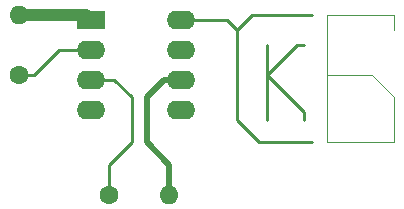
<source format=gbr>
%TF.GenerationSoftware,KiCad,Pcbnew,(6.0.4)*%
%TF.CreationDate,2022-09-22T18:25:19+03:00*%
%TF.ProjectId,TestPlate,54657374-506c-4617-9465-2e6b69636164,rev?*%
%TF.SameCoordinates,Original*%
%TF.FileFunction,Copper,L1,Top*%
%TF.FilePolarity,Positive*%
%FSLAX46Y46*%
G04 Gerber Fmt 4.6, Leading zero omitted, Abs format (unit mm)*
G04 Created by KiCad (PCBNEW (6.0.4)) date 2022-09-22 18:25:19*
%MOMM*%
%LPD*%
G01*
G04 APERTURE LIST*
%TA.AperFunction,ComponentPad*%
%ADD10C,1.600000*%
%TD*%
%TA.AperFunction,ComponentPad*%
%ADD11O,1.600000X1.600000*%
%TD*%
%TA.AperFunction,ComponentPad*%
%ADD12R,2.400000X1.600000*%
%TD*%
%TA.AperFunction,ComponentPad*%
%ADD13O,2.400000X1.600000*%
%TD*%
%TA.AperFunction,Conductor*%
%ADD14C,0.250000*%
%TD*%
%TA.AperFunction,Conductor*%
%ADD15C,0.100000*%
%TD*%
%TA.AperFunction,Conductor*%
%ADD16C,1.000000*%
%TD*%
%TA.AperFunction,Conductor*%
%ADD17C,0.500000*%
%TD*%
G04 APERTURE END LIST*
D10*
%TO.P,R2,1*%
%TO.N,Net-(R2-Pad1)*%
X30480000Y-38100000D03*
D11*
%TO.P,R2,2*%
%TO.N,Net-(R2-Pad2)*%
X35560000Y-38100000D03*
%TD*%
D10*
%TO.P,R1,1*%
%TO.N,Net-(R1-Pad1)*%
X22860000Y-27940000D03*
D11*
%TO.P,R1,2*%
%TO.N,Net-(R1-Pad2)*%
X22860000Y-22860000D03*
%TD*%
D12*
%TO.P,U1,1,~{EN}*%
%TO.N,Net-(R1-Pad2)*%
X28990000Y-23305000D03*
D13*
%TO.P,U1,2,A0*%
%TO.N,Net-(R1-Pad1)*%
X28990000Y-25845000D03*
%TO.P,U1,3,A1*%
%TO.N,Net-(R2-Pad1)*%
X28990000Y-28385000D03*
%TO.P,U1,4,Q0*%
%TO.N,unconnected-(U1-Pad4)*%
X28990000Y-30925000D03*
%TO.P,U1,5,Q1*%
%TO.N,unconnected-(U1-Pad5)*%
X36610000Y-30925000D03*
%TO.P,U1,6,Q2*%
%TO.N,Net-(R2-Pad2)*%
X36610000Y-28385000D03*
%TO.P,U1,7,Q3*%
%TO.N,unconnected-(U1-Pad7)*%
X36610000Y-25845000D03*
%TO.P,U1,8,Vss*%
%TO.N,Vss*%
X36610000Y-23305000D03*
%TD*%
D14*
%TO.N,*%
X43815000Y-25400000D02*
X43815000Y-27940000D01*
X43815000Y-27940000D02*
X46355000Y-25400000D01*
X46355000Y-25400000D02*
X46990000Y-25400000D01*
D15*
X52705000Y-27940000D02*
X54610000Y-29845000D01*
X54610000Y-22860000D02*
X54610000Y-24130000D01*
X48895000Y-27940000D02*
X52705000Y-27940000D01*
X48895000Y-33655000D02*
X48895000Y-22860000D01*
X54610000Y-29845000D02*
X54610000Y-33655000D01*
D14*
X43815000Y-27940000D02*
X43815000Y-31750000D01*
D15*
X54610000Y-33655000D02*
X48895000Y-33655000D01*
D14*
X43815000Y-27940000D02*
X46990000Y-31115000D01*
X46990000Y-31115000D02*
X46990000Y-31750000D01*
D15*
X48895000Y-22860000D02*
X54610000Y-22860000D01*
D14*
%TO.N,Net-(R1-Pad1)*%
X22860000Y-27940000D02*
X24130000Y-27940000D01*
X24130000Y-27940000D02*
X26225000Y-25845000D01*
X26225000Y-25845000D02*
X28990000Y-25845000D01*
D16*
%TO.N,Net-(R1-Pad2)*%
X22860000Y-22860000D02*
X28545000Y-22860000D01*
D14*
X28545000Y-22860000D02*
X28990000Y-23305000D01*
%TO.N,Net-(R2-Pad1)*%
X30480000Y-35560000D02*
X32385000Y-33655000D01*
X30925000Y-28385000D02*
X28990000Y-28385000D01*
X32385000Y-29845000D02*
X30925000Y-28385000D01*
X30480000Y-38100000D02*
X30480000Y-35560000D01*
X32385000Y-33655000D02*
X32385000Y-29845000D01*
D17*
%TO.N,Net-(R2-Pad2)*%
X33655000Y-29845000D02*
X35115000Y-28385000D01*
X35560000Y-35560000D02*
X33655000Y-33655000D01*
X33655000Y-33655000D02*
X33655000Y-29845000D01*
X35115000Y-28385000D02*
X36610000Y-28385000D01*
X35560000Y-38100000D02*
X35560000Y-35560000D01*
D14*
%TO.N,Vss*%
X41275000Y-24130000D02*
X42545000Y-22860000D01*
X41275000Y-24130000D02*
X41275000Y-31750000D01*
X41275000Y-31750000D02*
X43180000Y-33655000D01*
X36610000Y-23305000D02*
X40450000Y-23305000D01*
X40450000Y-23305000D02*
X41275000Y-24130000D01*
X43180000Y-33655000D02*
X47625000Y-33655000D01*
X42545000Y-22860000D02*
X47625000Y-22860000D01*
%TD*%
M02*

</source>
